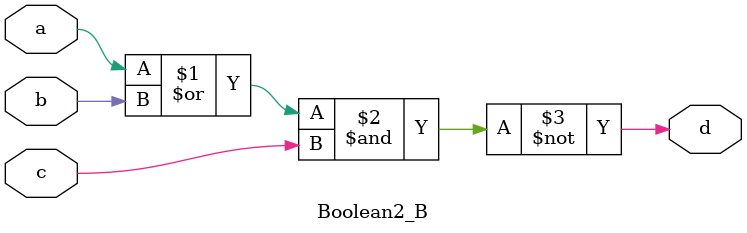
<source format=v>
`timescale 1ns / 1ps

module Boolean2_B(
    input a,
    input b,
    input c,
    output d
    );

assign d=~((a|b)&c);

endmodule
</source>
